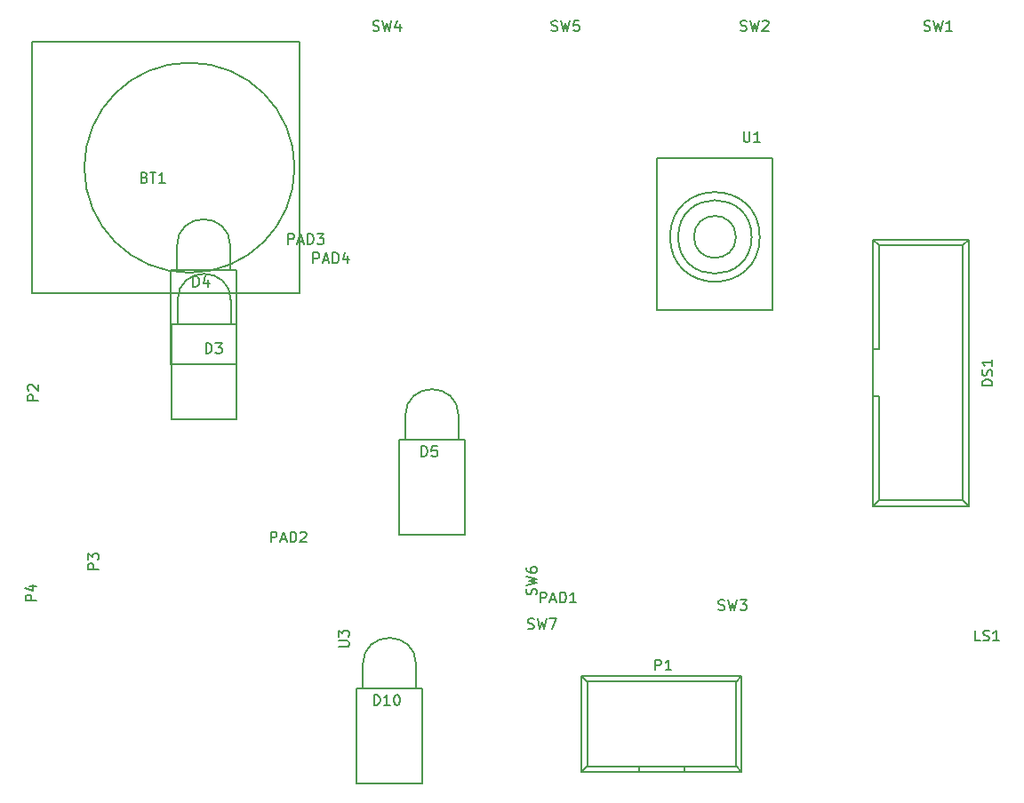
<source format=gto>
G04 #@! TF.FileFunction,Legend,Top*
%FSLAX46Y46*%
G04 Gerber Fmt 4.6, Leading zero omitted, Abs format (unit mm)*
G04 Created by KiCad (PCBNEW 4.0.4+dfsg1-stable) date Tue Mar  7 14:42:26 2017*
%MOMM*%
%LPD*%
G01*
G04 APERTURE LIST*
%ADD10C,0.100000*%
%ADD11C,0.150000*%
G04 APERTURE END LIST*
D10*
D11*
X27462492Y60600000D02*
G75*
G03X27462492Y60600000I-10012492J0D01*
G01*
X2450000Y72600000D02*
X2450000Y48600000D01*
X2450000Y48600000D02*
X27950000Y48600000D01*
X27950000Y48600000D02*
X27950000Y72600000D01*
X27950000Y72600000D02*
X2450000Y72600000D01*
X21390000Y48070000D02*
X21390000Y45657000D01*
X16310000Y45657000D02*
X16310000Y48070000D01*
X21390000Y47943000D02*
G75*
G03X16310000Y47943000I-2540000J0D01*
G01*
X15738500Y36640000D02*
X15738500Y45657000D01*
X15738500Y45657000D02*
X21961500Y45657000D01*
X21961500Y36640000D02*
X21961500Y45657000D01*
X21961500Y36640000D02*
X15738500Y36640000D01*
X21340000Y53270000D02*
X21340000Y50857000D01*
X16260000Y50857000D02*
X16260000Y53270000D01*
X21340000Y53143000D02*
G75*
G03X16260000Y53143000I-2540000J0D01*
G01*
X15688500Y41840000D02*
X15688500Y50857000D01*
X15688500Y50857000D02*
X21911500Y50857000D01*
X21911500Y41840000D02*
X21911500Y50857000D01*
X21911500Y41840000D02*
X15688500Y41840000D01*
X43090000Y37070000D02*
X43090000Y34657000D01*
X38010000Y34657000D02*
X38010000Y37070000D01*
X43090000Y36943000D02*
G75*
G03X38010000Y36943000I-2540000J0D01*
G01*
X37438500Y25640000D02*
X37438500Y34657000D01*
X37438500Y34657000D02*
X43661500Y34657000D01*
X43661500Y25640000D02*
X43661500Y34657000D01*
X43661500Y25640000D02*
X37438500Y25640000D01*
X91670000Y53730000D02*
X91670000Y28330000D01*
X91120000Y53190000D02*
X91120000Y28890000D01*
X82570000Y53730000D02*
X82570000Y28330000D01*
X83120000Y53190000D02*
X83120000Y43280000D01*
X83120000Y38780000D02*
X83120000Y28890000D01*
X83120000Y43280000D02*
X82570000Y43280000D01*
X83120000Y38780000D02*
X82570000Y38780000D01*
X91670000Y53730000D02*
X82570000Y53730000D01*
X91120000Y53190000D02*
X83120000Y53190000D01*
X91670000Y28330000D02*
X82570000Y28330000D01*
X91120000Y28890000D02*
X83120000Y28890000D01*
X91670000Y53730000D02*
X91120000Y53190000D01*
X91670000Y28330000D02*
X91120000Y28890000D01*
X82570000Y53730000D02*
X83120000Y53190000D01*
X82570000Y28330000D02*
X83120000Y28890000D01*
X69552000Y11634000D02*
X55328000Y11634000D01*
X70060000Y12142000D02*
X54820000Y12142000D01*
X55328000Y3506000D02*
X69425000Y3506000D01*
X54820000Y2998000D02*
X70060000Y2998000D01*
X60240000Y3506000D02*
X60240000Y3055000D01*
X64640000Y3506000D02*
X64640000Y3020000D01*
X54820000Y12120000D02*
X54820000Y3020000D01*
X55360000Y11570000D02*
X55360000Y3570000D01*
X70060000Y12120000D02*
X70060000Y3020000D01*
X69500000Y11570000D02*
X69500000Y3570000D01*
X54820000Y12120000D02*
X55360000Y11570000D01*
X70060000Y12120000D02*
X69500000Y11570000D01*
X54820000Y3020000D02*
X55360000Y3570000D01*
X70060000Y3020000D02*
X69500000Y3570000D01*
X69500000Y54000000D02*
G75*
G03X69500000Y54000000I-2000000J0D01*
G01*
X71000000Y54000000D02*
G75*
G03X71000000Y54000000I-3500000J0D01*
G01*
X71772002Y54000000D02*
G75*
G03X71772002Y54000000I-4272002J0D01*
G01*
X73000000Y54000000D02*
X73000000Y61500000D01*
X73000000Y61500000D02*
X62000000Y61500000D01*
X62000000Y61500000D02*
X62000000Y47000000D01*
X62000000Y47000000D02*
X73000000Y47000000D01*
X73000000Y47000000D02*
X73000000Y54000000D01*
X39040000Y13370000D02*
X39040000Y10957000D01*
X33960000Y10957000D02*
X33960000Y13370000D01*
X39040000Y13243000D02*
G75*
G03X33960000Y13243000I-2540000J0D01*
G01*
X33388500Y1940000D02*
X33388500Y10957000D01*
X33388500Y10957000D02*
X39611500Y10957000D01*
X39611500Y1940000D02*
X39611500Y10957000D01*
X39611500Y1940000D02*
X33388500Y1940000D01*
X50484762Y19896667D02*
X50532381Y20039524D01*
X50532381Y20277620D01*
X50484762Y20372858D01*
X50437143Y20420477D01*
X50341905Y20468096D01*
X50246667Y20468096D01*
X50151429Y20420477D01*
X50103810Y20372858D01*
X50056190Y20277620D01*
X50008571Y20087143D01*
X49960952Y19991905D01*
X49913333Y19944286D01*
X49818095Y19896667D01*
X49722857Y19896667D01*
X49627619Y19944286D01*
X49580000Y19991905D01*
X49532381Y20087143D01*
X49532381Y20325239D01*
X49580000Y20468096D01*
X49532381Y20801429D02*
X50532381Y21039524D01*
X49818095Y21230001D01*
X50532381Y21420477D01*
X49532381Y21658572D01*
X49532381Y22468096D02*
X49532381Y22277619D01*
X49580000Y22182381D01*
X49627619Y22134762D01*
X49770476Y22039524D01*
X49960952Y21991905D01*
X50341905Y21991905D01*
X50437143Y22039524D01*
X50484762Y22087143D01*
X50532381Y22182381D01*
X50532381Y22372858D01*
X50484762Y22468096D01*
X50437143Y22515715D01*
X50341905Y22563334D01*
X50103810Y22563334D01*
X50008571Y22515715D01*
X49960952Y22468096D01*
X49913333Y22372858D01*
X49913333Y22182381D01*
X49960952Y22087143D01*
X50008571Y22039524D01*
X50103810Y21991905D01*
X13164286Y59671429D02*
X13307143Y59623810D01*
X13354762Y59576190D01*
X13402381Y59480952D01*
X13402381Y59338095D01*
X13354762Y59242857D01*
X13307143Y59195238D01*
X13211905Y59147619D01*
X12830952Y59147619D01*
X12830952Y60147619D01*
X13164286Y60147619D01*
X13259524Y60100000D01*
X13307143Y60052381D01*
X13354762Y59957143D01*
X13354762Y59861905D01*
X13307143Y59766667D01*
X13259524Y59719048D01*
X13164286Y59671429D01*
X12830952Y59671429D01*
X13688095Y60147619D02*
X14259524Y60147619D01*
X13973809Y59147619D02*
X13973809Y60147619D01*
X15116667Y59147619D02*
X14545238Y59147619D01*
X14830952Y59147619D02*
X14830952Y60147619D01*
X14735714Y60004762D01*
X14640476Y59909524D01*
X14545238Y59861905D01*
X19011905Y42897619D02*
X19011905Y43897619D01*
X19250000Y43897619D01*
X19392858Y43850000D01*
X19488096Y43754762D01*
X19535715Y43659524D01*
X19583334Y43469048D01*
X19583334Y43326190D01*
X19535715Y43135714D01*
X19488096Y43040476D01*
X19392858Y42945238D01*
X19250000Y42897619D01*
X19011905Y42897619D01*
X19916667Y43897619D02*
X20535715Y43897619D01*
X20202381Y43516667D01*
X20345239Y43516667D01*
X20440477Y43469048D01*
X20488096Y43421429D01*
X20535715Y43326190D01*
X20535715Y43088095D01*
X20488096Y42992857D01*
X20440477Y42945238D01*
X20345239Y42897619D01*
X20059524Y42897619D01*
X19964286Y42945238D01*
X19916667Y42992857D01*
X17807905Y49261619D02*
X17807905Y50261619D01*
X18046000Y50261619D01*
X18188858Y50214000D01*
X18284096Y50118762D01*
X18331715Y50023524D01*
X18379334Y49833048D01*
X18379334Y49690190D01*
X18331715Y49499714D01*
X18284096Y49404476D01*
X18188858Y49309238D01*
X18046000Y49261619D01*
X17807905Y49261619D01*
X19236477Y49928286D02*
X19236477Y49261619D01*
X18998381Y50309238D02*
X18760286Y49594952D01*
X19379334Y49594952D01*
X39557905Y33061619D02*
X39557905Y34061619D01*
X39796000Y34061619D01*
X39938858Y34014000D01*
X40034096Y33918762D01*
X40081715Y33823524D01*
X40129334Y33633048D01*
X40129334Y33490190D01*
X40081715Y33299714D01*
X40034096Y33204476D01*
X39938858Y33109238D01*
X39796000Y33061619D01*
X39557905Y33061619D01*
X41034096Y34061619D02*
X40557905Y34061619D01*
X40510286Y33585429D01*
X40557905Y33633048D01*
X40653143Y33680667D01*
X40891239Y33680667D01*
X40986477Y33633048D01*
X41034096Y33585429D01*
X41081715Y33490190D01*
X41081715Y33252095D01*
X41034096Y33156857D01*
X40986477Y33109238D01*
X40891239Y33061619D01*
X40653143Y33061619D01*
X40557905Y33109238D01*
X40510286Y33156857D01*
X93922381Y39815714D02*
X92922381Y39815714D01*
X92922381Y40053809D01*
X92970000Y40196667D01*
X93065238Y40291905D01*
X93160476Y40339524D01*
X93350952Y40387143D01*
X93493810Y40387143D01*
X93684286Y40339524D01*
X93779524Y40291905D01*
X93874762Y40196667D01*
X93922381Y40053809D01*
X93922381Y39815714D01*
X93874762Y40768095D02*
X93922381Y40910952D01*
X93922381Y41149048D01*
X93874762Y41244286D01*
X93827143Y41291905D01*
X93731905Y41339524D01*
X93636667Y41339524D01*
X93541429Y41291905D01*
X93493810Y41244286D01*
X93446190Y41149048D01*
X93398571Y40958571D01*
X93350952Y40863333D01*
X93303333Y40815714D01*
X93208095Y40768095D01*
X93112857Y40768095D01*
X93017619Y40815714D01*
X92970000Y40863333D01*
X92922381Y40958571D01*
X92922381Y41196667D01*
X92970000Y41339524D01*
X93922381Y42291905D02*
X93922381Y41720476D01*
X93922381Y42006190D02*
X92922381Y42006190D01*
X93065238Y41910952D01*
X93160476Y41815714D01*
X93208095Y41720476D01*
X92757143Y15497619D02*
X92280952Y15497619D01*
X92280952Y16497619D01*
X93042857Y15545238D02*
X93185714Y15497619D01*
X93423810Y15497619D01*
X93519048Y15545238D01*
X93566667Y15592857D01*
X93614286Y15688095D01*
X93614286Y15783333D01*
X93566667Y15878571D01*
X93519048Y15926190D01*
X93423810Y15973810D01*
X93233333Y16021429D01*
X93138095Y16069048D01*
X93090476Y16116667D01*
X93042857Y16211905D01*
X93042857Y16307143D01*
X93090476Y16402381D01*
X93138095Y16450000D01*
X93233333Y16497619D01*
X93471429Y16497619D01*
X93614286Y16450000D01*
X94566667Y15497619D02*
X93995238Y15497619D01*
X94280952Y15497619D02*
X94280952Y16497619D01*
X94185714Y16354762D01*
X94090476Y16259524D01*
X93995238Y16211905D01*
X61828905Y12705619D02*
X61828905Y13705619D01*
X62209858Y13705619D01*
X62305096Y13658000D01*
X62352715Y13610381D01*
X62400334Y13515143D01*
X62400334Y13372286D01*
X62352715Y13277048D01*
X62305096Y13229429D01*
X62209858Y13181810D01*
X61828905Y13181810D01*
X63352715Y12705619D02*
X62781286Y12705619D01*
X63067000Y12705619D02*
X63067000Y13705619D01*
X62971762Y13562762D01*
X62876524Y13467524D01*
X62781286Y13419905D01*
X8802381Y22311905D02*
X7802381Y22311905D01*
X7802381Y22692858D01*
X7850000Y22788096D01*
X7897619Y22835715D01*
X7992857Y22883334D01*
X8135714Y22883334D01*
X8230952Y22835715D01*
X8278571Y22788096D01*
X8326190Y22692858D01*
X8326190Y22311905D01*
X7802381Y23216667D02*
X7802381Y23835715D01*
X8183333Y23502381D01*
X8183333Y23645239D01*
X8230952Y23740477D01*
X8278571Y23788096D01*
X8373810Y23835715D01*
X8611905Y23835715D01*
X8707143Y23788096D01*
X8754762Y23740477D01*
X8802381Y23645239D01*
X8802381Y23359524D01*
X8754762Y23264286D01*
X8707143Y23216667D01*
X2852381Y19311905D02*
X1852381Y19311905D01*
X1852381Y19692858D01*
X1900000Y19788096D01*
X1947619Y19835715D01*
X2042857Y19883334D01*
X2185714Y19883334D01*
X2280952Y19835715D01*
X2328571Y19788096D01*
X2376190Y19692858D01*
X2376190Y19311905D01*
X2185714Y20740477D02*
X2852381Y20740477D01*
X1804762Y20502381D02*
X2519048Y20264286D01*
X2519048Y20883334D01*
X70238095Y64047619D02*
X70238095Y63238095D01*
X70285714Y63142857D01*
X70333333Y63095238D01*
X70428571Y63047619D01*
X70619048Y63047619D01*
X70714286Y63095238D01*
X70761905Y63142857D01*
X70809524Y63238095D01*
X70809524Y64047619D01*
X71809524Y63047619D02*
X71238095Y63047619D01*
X71523809Y63047619D02*
X71523809Y64047619D01*
X71428571Y63904762D01*
X71333333Y63809524D01*
X71238095Y63761905D01*
X31652381Y14938095D02*
X32461905Y14938095D01*
X32557143Y14985714D01*
X32604762Y15033333D01*
X32652381Y15128571D01*
X32652381Y15319048D01*
X32604762Y15414286D01*
X32557143Y15461905D01*
X32461905Y15509524D01*
X31652381Y15509524D01*
X31652381Y15890476D02*
X31652381Y16509524D01*
X32033333Y16176190D01*
X32033333Y16319048D01*
X32080952Y16414286D01*
X32128571Y16461905D01*
X32223810Y16509524D01*
X32461905Y16509524D01*
X32557143Y16461905D01*
X32604762Y16414286D01*
X32652381Y16319048D01*
X32652381Y16033333D01*
X32604762Y15938095D01*
X32557143Y15890476D01*
X50900833Y19147119D02*
X50900833Y20147119D01*
X51281786Y20147119D01*
X51377024Y20099500D01*
X51424643Y20051881D01*
X51472262Y19956643D01*
X51472262Y19813786D01*
X51424643Y19718548D01*
X51377024Y19670929D01*
X51281786Y19623310D01*
X50900833Y19623310D01*
X51853214Y19432833D02*
X52329405Y19432833D01*
X51757976Y19147119D02*
X52091309Y20147119D01*
X52424643Y19147119D01*
X52757976Y19147119D02*
X52757976Y20147119D01*
X52996071Y20147119D01*
X53138929Y20099500D01*
X53234167Y20004262D01*
X53281786Y19909024D01*
X53329405Y19718548D01*
X53329405Y19575690D01*
X53281786Y19385214D01*
X53234167Y19289976D01*
X53138929Y19194738D01*
X52996071Y19147119D01*
X52757976Y19147119D01*
X54281786Y19147119D02*
X53710357Y19147119D01*
X53996071Y19147119D02*
X53996071Y20147119D01*
X53900833Y20004262D01*
X53805595Y19909024D01*
X53710357Y19861405D01*
X25200833Y24897119D02*
X25200833Y25897119D01*
X25581786Y25897119D01*
X25677024Y25849500D01*
X25724643Y25801881D01*
X25772262Y25706643D01*
X25772262Y25563786D01*
X25724643Y25468548D01*
X25677024Y25420929D01*
X25581786Y25373310D01*
X25200833Y25373310D01*
X26153214Y25182833D02*
X26629405Y25182833D01*
X26057976Y24897119D02*
X26391309Y25897119D01*
X26724643Y24897119D01*
X27057976Y24897119D02*
X27057976Y25897119D01*
X27296071Y25897119D01*
X27438929Y25849500D01*
X27534167Y25754262D01*
X27581786Y25659024D01*
X27629405Y25468548D01*
X27629405Y25325690D01*
X27581786Y25135214D01*
X27534167Y25039976D01*
X27438929Y24944738D01*
X27296071Y24897119D01*
X27057976Y24897119D01*
X28010357Y25801881D02*
X28057976Y25849500D01*
X28153214Y25897119D01*
X28391310Y25897119D01*
X28486548Y25849500D01*
X28534167Y25801881D01*
X28581786Y25706643D01*
X28581786Y25611405D01*
X28534167Y25468548D01*
X27962738Y24897119D01*
X28581786Y24897119D01*
X35031714Y9361619D02*
X35031714Y10361619D01*
X35269809Y10361619D01*
X35412667Y10314000D01*
X35507905Y10218762D01*
X35555524Y10123524D01*
X35603143Y9933048D01*
X35603143Y9790190D01*
X35555524Y9599714D01*
X35507905Y9504476D01*
X35412667Y9409238D01*
X35269809Y9361619D01*
X35031714Y9361619D01*
X36555524Y9361619D02*
X35984095Y9361619D01*
X36269809Y9361619D02*
X36269809Y10361619D01*
X36174571Y10218762D01*
X36079333Y10123524D01*
X35984095Y10075905D01*
X37174571Y10361619D02*
X37269810Y10361619D01*
X37365048Y10314000D01*
X37412667Y10266381D01*
X37460286Y10171143D01*
X37507905Y9980667D01*
X37507905Y9742571D01*
X37460286Y9552095D01*
X37412667Y9456857D01*
X37365048Y9409238D01*
X37269810Y9361619D01*
X37174571Y9361619D01*
X37079333Y9409238D01*
X37031714Y9456857D01*
X36984095Y9552095D01*
X36936476Y9742571D01*
X36936476Y9980667D01*
X36984095Y10171143D01*
X37031714Y10266381D01*
X37079333Y10314000D01*
X37174571Y10361619D01*
X3052381Y38411905D02*
X2052381Y38411905D01*
X2052381Y38792858D01*
X2100000Y38888096D01*
X2147619Y38935715D01*
X2242857Y38983334D01*
X2385714Y38983334D01*
X2480952Y38935715D01*
X2528571Y38888096D01*
X2576190Y38792858D01*
X2576190Y38411905D01*
X2147619Y39364286D02*
X2100000Y39411905D01*
X2052381Y39507143D01*
X2052381Y39745239D01*
X2100000Y39840477D01*
X2147619Y39888096D01*
X2242857Y39935715D01*
X2338095Y39935715D01*
X2480952Y39888096D01*
X3052381Y39316667D01*
X3052381Y39935715D01*
X87436667Y73675238D02*
X87579524Y73627619D01*
X87817620Y73627619D01*
X87912858Y73675238D01*
X87960477Y73722857D01*
X88008096Y73818095D01*
X88008096Y73913333D01*
X87960477Y74008571D01*
X87912858Y74056190D01*
X87817620Y74103810D01*
X87627143Y74151429D01*
X87531905Y74199048D01*
X87484286Y74246667D01*
X87436667Y74341905D01*
X87436667Y74437143D01*
X87484286Y74532381D01*
X87531905Y74580000D01*
X87627143Y74627619D01*
X87865239Y74627619D01*
X88008096Y74580000D01*
X88341429Y74627619D02*
X88579524Y73627619D01*
X88770001Y74341905D01*
X88960477Y73627619D01*
X89198572Y74627619D01*
X90103334Y73627619D02*
X89531905Y73627619D01*
X89817619Y73627619D02*
X89817619Y74627619D01*
X89722381Y74484762D01*
X89627143Y74389524D01*
X89531905Y74341905D01*
X69936667Y73675238D02*
X70079524Y73627619D01*
X70317620Y73627619D01*
X70412858Y73675238D01*
X70460477Y73722857D01*
X70508096Y73818095D01*
X70508096Y73913333D01*
X70460477Y74008571D01*
X70412858Y74056190D01*
X70317620Y74103810D01*
X70127143Y74151429D01*
X70031905Y74199048D01*
X69984286Y74246667D01*
X69936667Y74341905D01*
X69936667Y74437143D01*
X69984286Y74532381D01*
X70031905Y74580000D01*
X70127143Y74627619D01*
X70365239Y74627619D01*
X70508096Y74580000D01*
X70841429Y74627619D02*
X71079524Y73627619D01*
X71270001Y74341905D01*
X71460477Y73627619D01*
X71698572Y74627619D01*
X72031905Y74532381D02*
X72079524Y74580000D01*
X72174762Y74627619D01*
X72412858Y74627619D01*
X72508096Y74580000D01*
X72555715Y74532381D01*
X72603334Y74437143D01*
X72603334Y74341905D01*
X72555715Y74199048D01*
X71984286Y73627619D01*
X72603334Y73627619D01*
X51936667Y73675238D02*
X52079524Y73627619D01*
X52317620Y73627619D01*
X52412858Y73675238D01*
X52460477Y73722857D01*
X52508096Y73818095D01*
X52508096Y73913333D01*
X52460477Y74008571D01*
X52412858Y74056190D01*
X52317620Y74103810D01*
X52127143Y74151429D01*
X52031905Y74199048D01*
X51984286Y74246667D01*
X51936667Y74341905D01*
X51936667Y74437143D01*
X51984286Y74532381D01*
X52031905Y74580000D01*
X52127143Y74627619D01*
X52365239Y74627619D01*
X52508096Y74580000D01*
X52841429Y74627619D02*
X53079524Y73627619D01*
X53270001Y74341905D01*
X53460477Y73627619D01*
X53698572Y74627619D01*
X54555715Y74627619D02*
X54079524Y74627619D01*
X54031905Y74151429D01*
X54079524Y74199048D01*
X54174762Y74246667D01*
X54412858Y74246667D01*
X54508096Y74199048D01*
X54555715Y74151429D01*
X54603334Y74056190D01*
X54603334Y73818095D01*
X54555715Y73722857D01*
X54508096Y73675238D01*
X54412858Y73627619D01*
X54174762Y73627619D01*
X54079524Y73675238D01*
X54031905Y73722857D01*
X34936667Y73675238D02*
X35079524Y73627619D01*
X35317620Y73627619D01*
X35412858Y73675238D01*
X35460477Y73722857D01*
X35508096Y73818095D01*
X35508096Y73913333D01*
X35460477Y74008571D01*
X35412858Y74056190D01*
X35317620Y74103810D01*
X35127143Y74151429D01*
X35031905Y74199048D01*
X34984286Y74246667D01*
X34936667Y74341905D01*
X34936667Y74437143D01*
X34984286Y74532381D01*
X35031905Y74580000D01*
X35127143Y74627619D01*
X35365239Y74627619D01*
X35508096Y74580000D01*
X35841429Y74627619D02*
X36079524Y73627619D01*
X36270001Y74341905D01*
X36460477Y73627619D01*
X36698572Y74627619D01*
X37508096Y74294286D02*
X37508096Y73627619D01*
X37270000Y74675238D02*
X37031905Y73960952D01*
X37650953Y73960952D01*
X67846667Y18465238D02*
X67989524Y18417619D01*
X68227620Y18417619D01*
X68322858Y18465238D01*
X68370477Y18512857D01*
X68418096Y18608095D01*
X68418096Y18703333D01*
X68370477Y18798571D01*
X68322858Y18846190D01*
X68227620Y18893810D01*
X68037143Y18941429D01*
X67941905Y18989048D01*
X67894286Y19036667D01*
X67846667Y19131905D01*
X67846667Y19227143D01*
X67894286Y19322381D01*
X67941905Y19370000D01*
X68037143Y19417619D01*
X68275239Y19417619D01*
X68418096Y19370000D01*
X68751429Y19417619D02*
X68989524Y18417619D01*
X69180001Y19131905D01*
X69370477Y18417619D01*
X69608572Y19417619D01*
X69894286Y19417619D02*
X70513334Y19417619D01*
X70180000Y19036667D01*
X70322858Y19036667D01*
X70418096Y18989048D01*
X70465715Y18941429D01*
X70513334Y18846190D01*
X70513334Y18608095D01*
X70465715Y18512857D01*
X70418096Y18465238D01*
X70322858Y18417619D01*
X70037143Y18417619D01*
X69941905Y18465238D01*
X69894286Y18512857D01*
X49686667Y16675238D02*
X49829524Y16627619D01*
X50067620Y16627619D01*
X50162858Y16675238D01*
X50210477Y16722857D01*
X50258096Y16818095D01*
X50258096Y16913333D01*
X50210477Y17008571D01*
X50162858Y17056190D01*
X50067620Y17103810D01*
X49877143Y17151429D01*
X49781905Y17199048D01*
X49734286Y17246667D01*
X49686667Y17341905D01*
X49686667Y17437143D01*
X49734286Y17532381D01*
X49781905Y17580000D01*
X49877143Y17627619D01*
X50115239Y17627619D01*
X50258096Y17580000D01*
X50591429Y17627619D02*
X50829524Y16627619D01*
X51020001Y17341905D01*
X51210477Y16627619D01*
X51448572Y17627619D01*
X51734286Y17627619D02*
X52400953Y17627619D01*
X51972381Y16627619D01*
X26850833Y53297119D02*
X26850833Y54297119D01*
X27231786Y54297119D01*
X27327024Y54249500D01*
X27374643Y54201881D01*
X27422262Y54106643D01*
X27422262Y53963786D01*
X27374643Y53868548D01*
X27327024Y53820929D01*
X27231786Y53773310D01*
X26850833Y53773310D01*
X27803214Y53582833D02*
X28279405Y53582833D01*
X27707976Y53297119D02*
X28041309Y54297119D01*
X28374643Y53297119D01*
X28707976Y53297119D02*
X28707976Y54297119D01*
X28946071Y54297119D01*
X29088929Y54249500D01*
X29184167Y54154262D01*
X29231786Y54059024D01*
X29279405Y53868548D01*
X29279405Y53725690D01*
X29231786Y53535214D01*
X29184167Y53439976D01*
X29088929Y53344738D01*
X28946071Y53297119D01*
X28707976Y53297119D01*
X29612738Y54297119D02*
X30231786Y54297119D01*
X29898452Y53916167D01*
X30041310Y53916167D01*
X30136548Y53868548D01*
X30184167Y53820929D01*
X30231786Y53725690D01*
X30231786Y53487595D01*
X30184167Y53392357D01*
X30136548Y53344738D01*
X30041310Y53297119D01*
X29755595Y53297119D01*
X29660357Y53344738D01*
X29612738Y53392357D01*
X29250833Y51497119D02*
X29250833Y52497119D01*
X29631786Y52497119D01*
X29727024Y52449500D01*
X29774643Y52401881D01*
X29822262Y52306643D01*
X29822262Y52163786D01*
X29774643Y52068548D01*
X29727024Y52020929D01*
X29631786Y51973310D01*
X29250833Y51973310D01*
X30203214Y51782833D02*
X30679405Y51782833D01*
X30107976Y51497119D02*
X30441309Y52497119D01*
X30774643Y51497119D01*
X31107976Y51497119D02*
X31107976Y52497119D01*
X31346071Y52497119D01*
X31488929Y52449500D01*
X31584167Y52354262D01*
X31631786Y52259024D01*
X31679405Y52068548D01*
X31679405Y51925690D01*
X31631786Y51735214D01*
X31584167Y51639976D01*
X31488929Y51544738D01*
X31346071Y51497119D01*
X31107976Y51497119D01*
X32536548Y52163786D02*
X32536548Y51497119D01*
X32298452Y52544738D02*
X32060357Y51830452D01*
X32679405Y51830452D01*
M02*

</source>
